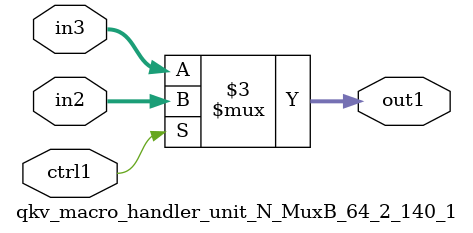
<source format=v>

`timescale 1ps / 1ps


module qkv_macro_handler_unit_N_MuxB_64_2_140_1( in3, in2, ctrl1, out1 );

    input [63:0] in3;
    input [63:0] in2;
    input ctrl1;
    output [63:0] out1;
    reg [63:0] out1;

    
    // rtl_process:qkv_macro_handler_unit_N_MuxB_64_2_140_1/qkv_macro_handler_unit_N_MuxB_64_2_140_1_thread_1
    always @*
      begin : qkv_macro_handler_unit_N_MuxB_64_2_140_1_thread_1
        case (ctrl1) 
          1'b1: 
            begin
              out1 = in2;
            end
          default: 
            begin
              out1 = in3;
            end
        endcase
      end

endmodule



</source>
